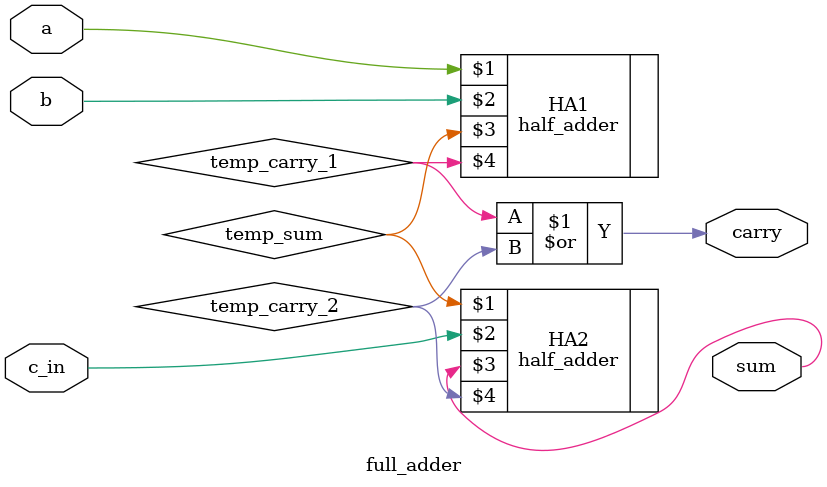
<source format=v>
`include "half_adder.v"
module full_adder(output sum, carry, input a, b, c_in);

    wire temp_sum, temp_carry_1,temp_carry_2;
    half_adder HA1(a, b, temp_sum, temp_carry_1);
    half_adder HA2(temp_sum, c_in, sum, temp_carry_2);
    or(carry, temp_carry_1, temp_carry_2);

endmodule
</source>
